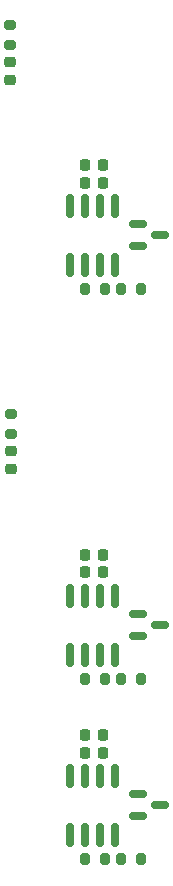
<source format=gbr>
G04 #@! TF.GenerationSoftware,KiCad,Pcbnew,9.0.3*
G04 #@! TF.CreationDate,2025-08-10T21:25:08+02:00*
G04 #@! TF.ProjectId,NJFET_MATCHING,4e4a4645-545f-44d4-9154-4348494e472e,rev?*
G04 #@! TF.SameCoordinates,Original*
G04 #@! TF.FileFunction,Paste,Top*
G04 #@! TF.FilePolarity,Positive*
%FSLAX46Y46*%
G04 Gerber Fmt 4.6, Leading zero omitted, Abs format (unit mm)*
G04 Created by KiCad (PCBNEW 9.0.3) date 2025-08-10 21:25:08*
%MOMM*%
%LPD*%
G01*
G04 APERTURE LIST*
G04 Aperture macros list*
%AMRoundRect*
0 Rectangle with rounded corners*
0 $1 Rounding radius*
0 $2 $3 $4 $5 $6 $7 $8 $9 X,Y pos of 4 corners*
0 Add a 4 corners polygon primitive as box body*
4,1,4,$2,$3,$4,$5,$6,$7,$8,$9,$2,$3,0*
0 Add four circle primitives for the rounded corners*
1,1,$1+$1,$2,$3*
1,1,$1+$1,$4,$5*
1,1,$1+$1,$6,$7*
1,1,$1+$1,$8,$9*
0 Add four rect primitives between the rounded corners*
20,1,$1+$1,$2,$3,$4,$5,0*
20,1,$1+$1,$4,$5,$6,$7,0*
20,1,$1+$1,$6,$7,$8,$9,0*
20,1,$1+$1,$8,$9,$2,$3,0*%
G04 Aperture macros list end*
%ADD10RoundRect,0.200000X-0.200000X-0.275000X0.200000X-0.275000X0.200000X0.275000X-0.200000X0.275000X0*%
%ADD11RoundRect,0.218750X0.256250X-0.218750X0.256250X0.218750X-0.256250X0.218750X-0.256250X-0.218750X0*%
%ADD12RoundRect,0.150000X0.150000X-0.825000X0.150000X0.825000X-0.150000X0.825000X-0.150000X-0.825000X0*%
%ADD13RoundRect,0.225000X-0.225000X-0.250000X0.225000X-0.250000X0.225000X0.250000X-0.225000X0.250000X0*%
%ADD14RoundRect,0.200000X-0.275000X0.200000X-0.275000X-0.200000X0.275000X-0.200000X0.275000X0.200000X0*%
%ADD15RoundRect,0.150000X-0.587500X-0.150000X0.587500X-0.150000X0.587500X0.150000X-0.587500X0.150000X0*%
G04 APERTURE END LIST*
D10*
G04 #@! TO.C,R7*
X145479000Y-137414000D03*
X147129000Y-137414000D03*
G04 #@! TD*
D11*
G04 #@! TO.C,D1*
X139065000Y-71462500D03*
X139065000Y-69887500D03*
G04 #@! TD*
D10*
G04 #@! TO.C,R3*
X145479000Y-89154000D03*
X147129000Y-89154000D03*
G04 #@! TD*
D12*
G04 #@! TO.C,U2*
X144145000Y-120077000D03*
X145415000Y-120077000D03*
X146685000Y-120077000D03*
X147955000Y-120077000D03*
X147955000Y-115127000D03*
X146685000Y-115127000D03*
X145415000Y-115127000D03*
X144145000Y-115127000D03*
G04 #@! TD*
D10*
G04 #@! TO.C,R8*
X148527000Y-137414000D03*
X150177000Y-137414000D03*
G04 #@! TD*
D13*
G04 #@! TO.C,C2*
X145402000Y-111633000D03*
X146952000Y-111633000D03*
G04 #@! TD*
D10*
G04 #@! TO.C,R6*
X148527000Y-122174000D03*
X150177000Y-122174000D03*
G04 #@! TD*
D14*
G04 #@! TO.C,R2*
X139192000Y-99740250D03*
X139192000Y-101390250D03*
G04 #@! TD*
D15*
G04 #@! TO.C,RN1*
X149938500Y-83632000D03*
X149938500Y-85532000D03*
X151813500Y-84582000D03*
G04 #@! TD*
G04 #@! TO.C,RN2*
X149938500Y-116652000D03*
X149938500Y-118552000D03*
X151813500Y-117602000D03*
G04 #@! TD*
D12*
G04 #@! TO.C,U3*
X144145000Y-135317000D03*
X145415000Y-135317000D03*
X146685000Y-135317000D03*
X147955000Y-135317000D03*
X147955000Y-130367000D03*
X146685000Y-130367000D03*
X145415000Y-130367000D03*
X144145000Y-130367000D03*
G04 #@! TD*
D13*
G04 #@! TO.C,C3*
X145402000Y-80137000D03*
X146952000Y-80137000D03*
G04 #@! TD*
G04 #@! TO.C,C1*
X145402000Y-78613000D03*
X146952000Y-78613000D03*
G04 #@! TD*
G04 #@! TO.C,C5*
X145402000Y-126873000D03*
X146952000Y-126873000D03*
G04 #@! TD*
D15*
G04 #@! TO.C,RN3*
X149938500Y-131892000D03*
X149938500Y-133792000D03*
X151813500Y-132842000D03*
G04 #@! TD*
D12*
G04 #@! TO.C,U1*
X144145000Y-87057000D03*
X145415000Y-87057000D03*
X146685000Y-87057000D03*
X147955000Y-87057000D03*
X147955000Y-82107000D03*
X146685000Y-82107000D03*
X145415000Y-82107000D03*
X144145000Y-82107000D03*
G04 #@! TD*
D14*
G04 #@! TO.C,R1*
X139065000Y-66802000D03*
X139065000Y-68452000D03*
G04 #@! TD*
D13*
G04 #@! TO.C,C6*
X145402000Y-128397000D03*
X146952000Y-128397000D03*
G04 #@! TD*
D10*
G04 #@! TO.C,R4*
X148527000Y-89154000D03*
X150177000Y-89154000D03*
G04 #@! TD*
G04 #@! TO.C,R5*
X145479000Y-122174000D03*
X147129000Y-122174000D03*
G04 #@! TD*
D13*
G04 #@! TO.C,C4*
X145402000Y-113127000D03*
X146952000Y-113127000D03*
G04 #@! TD*
D11*
G04 #@! TO.C,D2*
X139192000Y-104400750D03*
X139192000Y-102825750D03*
G04 #@! TD*
M02*

</source>
